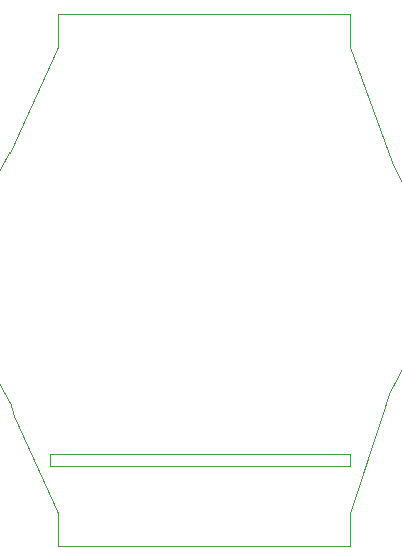
<source format=gbr>
G04 #@! TF.GenerationSoftware,KiCad,Pcbnew,(5.1.4)-1*
G04 #@! TF.CreationDate,2020-08-01T17:35:13+02:00*
G04 #@! TF.ProjectId,ArduinoProMicroUSB,41726475-696e-46f5-9072-6f4d6963726f,rev?*
G04 #@! TF.SameCoordinates,Original*
G04 #@! TF.FileFunction,Profile,NP*
%FSLAX46Y46*%
G04 Gerber Fmt 4.6, Leading zero omitted, Abs format (unit mm)*
G04 Created by KiCad (PCBNEW (5.1.4)-1) date 2020-08-01 17:35:13*
%MOMM*%
%LPD*%
G04 APERTURE LIST*
%ADD10C,0.050000*%
G04 APERTURE END LIST*
D10*
X158115000Y-77025500D02*
X158115000Y-76009500D01*
X183515000Y-77025500D02*
X158115000Y-77025500D01*
X183515000Y-76009500D02*
X183515000Y-77025500D01*
X158115000Y-76009500D02*
X183515000Y-76009500D01*
X186182000Y-72771000D02*
X186817000Y-70929500D01*
X154686000Y-50482500D02*
X155003500Y-49720500D01*
X155067000Y-72771000D02*
X154690809Y-71624853D01*
X183515000Y-41529000D02*
X187030213Y-51268932D01*
X183515000Y-41529000D02*
X183515000Y-38735000D01*
X158750000Y-41529000D02*
X155003500Y-49720500D01*
X158750000Y-41529000D02*
X158750001Y-38735001D01*
X183509999Y-81026000D02*
X186182000Y-72771000D01*
X158750000Y-81026000D02*
X155067000Y-72771000D01*
X187030213Y-51268932D02*
G75*
G02X186817000Y-70929500I-16120661J-9656616D01*
G01*
X154690809Y-71624853D02*
G75*
G02X154686000Y-50482500I16159191J10574853D01*
G01*
X183515000Y-83820000D02*
X183509999Y-81026000D01*
X158750000Y-83820000D02*
X158750000Y-81026000D01*
X158750000Y-83820000D02*
X183515000Y-83820000D01*
X158750001Y-38735001D02*
X183515000Y-38735000D01*
M02*

</source>
